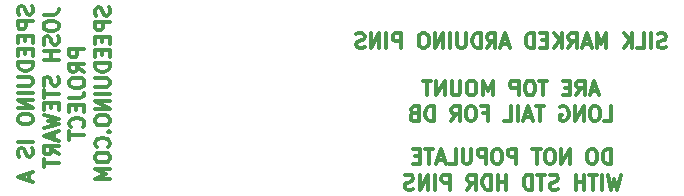
<source format=gbo>
G04 #@! TF.FileFunction,Legend,Bot*
%FSLAX46Y46*%
G04 Gerber Fmt 4.6, Leading zero omitted, Abs format (unit mm)*
G04 Created by KiCad (PCBNEW 4.0.6) date 09/24/17 01:01:51*
%MOMM*%
%LPD*%
G01*
G04 APERTURE LIST*
%ADD10C,0.100000*%
%ADD11C,0.300000*%
G04 APERTURE END LIST*
D10*
D11*
X142463096Y-85177976D02*
X142463096Y-83927976D01*
X142165477Y-83927976D01*
X141986905Y-83987500D01*
X141867858Y-84106548D01*
X141808334Y-84225595D01*
X141748810Y-84463690D01*
X141748810Y-84642262D01*
X141808334Y-84880357D01*
X141867858Y-84999405D01*
X141986905Y-85118452D01*
X142165477Y-85177976D01*
X142463096Y-85177976D01*
X140975001Y-83927976D02*
X140736905Y-83927976D01*
X140617858Y-83987500D01*
X140498810Y-84106548D01*
X140439286Y-84344643D01*
X140439286Y-84761310D01*
X140498810Y-84999405D01*
X140617858Y-85118452D01*
X140736905Y-85177976D01*
X140975001Y-85177976D01*
X141094048Y-85118452D01*
X141213096Y-84999405D01*
X141272620Y-84761310D01*
X141272620Y-84344643D01*
X141213096Y-84106548D01*
X141094048Y-83987500D01*
X140975001Y-83927976D01*
X138951191Y-85177976D02*
X138951191Y-83927976D01*
X138236905Y-85177976D01*
X138236905Y-83927976D01*
X137403572Y-83927976D02*
X137165476Y-83927976D01*
X137046429Y-83987500D01*
X136927381Y-84106548D01*
X136867857Y-84344643D01*
X136867857Y-84761310D01*
X136927381Y-84999405D01*
X137046429Y-85118452D01*
X137165476Y-85177976D01*
X137403572Y-85177976D01*
X137522619Y-85118452D01*
X137641667Y-84999405D01*
X137701191Y-84761310D01*
X137701191Y-84344643D01*
X137641667Y-84106548D01*
X137522619Y-83987500D01*
X137403572Y-83927976D01*
X136510714Y-83927976D02*
X135796429Y-83927976D01*
X136153572Y-85177976D02*
X136153572Y-83927976D01*
X134427381Y-85177976D02*
X134427381Y-83927976D01*
X133951190Y-83927976D01*
X133832143Y-83987500D01*
X133772619Y-84047024D01*
X133713095Y-84166071D01*
X133713095Y-84344643D01*
X133772619Y-84463690D01*
X133832143Y-84523214D01*
X133951190Y-84582738D01*
X134427381Y-84582738D01*
X132939286Y-83927976D02*
X132701190Y-83927976D01*
X132582143Y-83987500D01*
X132463095Y-84106548D01*
X132403571Y-84344643D01*
X132403571Y-84761310D01*
X132463095Y-84999405D01*
X132582143Y-85118452D01*
X132701190Y-85177976D01*
X132939286Y-85177976D01*
X133058333Y-85118452D01*
X133177381Y-84999405D01*
X133236905Y-84761310D01*
X133236905Y-84344643D01*
X133177381Y-84106548D01*
X133058333Y-83987500D01*
X132939286Y-83927976D01*
X131867857Y-85177976D02*
X131867857Y-83927976D01*
X131391666Y-83927976D01*
X131272619Y-83987500D01*
X131213095Y-84047024D01*
X131153571Y-84166071D01*
X131153571Y-84344643D01*
X131213095Y-84463690D01*
X131272619Y-84523214D01*
X131391666Y-84582738D01*
X131867857Y-84582738D01*
X130617857Y-83927976D02*
X130617857Y-84939881D01*
X130558333Y-85058929D01*
X130498809Y-85118452D01*
X130379762Y-85177976D01*
X130141666Y-85177976D01*
X130022619Y-85118452D01*
X129963095Y-85058929D01*
X129903571Y-84939881D01*
X129903571Y-83927976D01*
X128713095Y-85177976D02*
X129308333Y-85177976D01*
X129308333Y-83927976D01*
X128355952Y-84820833D02*
X127760714Y-84820833D01*
X128474999Y-85177976D02*
X128058333Y-83927976D01*
X127641666Y-85177976D01*
X127403570Y-83927976D02*
X126689285Y-83927976D01*
X127046428Y-85177976D02*
X127046428Y-83927976D01*
X126272618Y-84523214D02*
X125855951Y-84523214D01*
X125677380Y-85177976D02*
X126272618Y-85177976D01*
X126272618Y-83927976D01*
X125677380Y-83927976D01*
X143266667Y-86102976D02*
X142969048Y-87352976D01*
X142730952Y-86460119D01*
X142492857Y-87352976D01*
X142195238Y-86102976D01*
X141719048Y-87352976D02*
X141719048Y-86102976D01*
X141302381Y-86102976D02*
X140588096Y-86102976D01*
X140945239Y-87352976D02*
X140945239Y-86102976D01*
X140171429Y-87352976D02*
X140171429Y-86102976D01*
X140171429Y-86698214D02*
X139457143Y-86698214D01*
X139457143Y-87352976D02*
X139457143Y-86102976D01*
X137969048Y-87293452D02*
X137790476Y-87352976D01*
X137492857Y-87352976D01*
X137373810Y-87293452D01*
X137314286Y-87233929D01*
X137254762Y-87114881D01*
X137254762Y-86995833D01*
X137314286Y-86876786D01*
X137373810Y-86817262D01*
X137492857Y-86757738D01*
X137730953Y-86698214D01*
X137850000Y-86638690D01*
X137909524Y-86579167D01*
X137969048Y-86460119D01*
X137969048Y-86341071D01*
X137909524Y-86222024D01*
X137850000Y-86162500D01*
X137730953Y-86102976D01*
X137433333Y-86102976D01*
X137254762Y-86162500D01*
X136897619Y-86102976D02*
X136183334Y-86102976D01*
X136540477Y-87352976D02*
X136540477Y-86102976D01*
X135766667Y-87352976D02*
X135766667Y-86102976D01*
X135469048Y-86102976D01*
X135290476Y-86162500D01*
X135171429Y-86281548D01*
X135111905Y-86400595D01*
X135052381Y-86638690D01*
X135052381Y-86817262D01*
X135111905Y-87055357D01*
X135171429Y-87174405D01*
X135290476Y-87293452D01*
X135469048Y-87352976D01*
X135766667Y-87352976D01*
X133564286Y-87352976D02*
X133564286Y-86102976D01*
X133564286Y-86698214D02*
X132850000Y-86698214D01*
X132850000Y-87352976D02*
X132850000Y-86102976D01*
X132254762Y-87352976D02*
X132254762Y-86102976D01*
X131957143Y-86102976D01*
X131778571Y-86162500D01*
X131659524Y-86281548D01*
X131600000Y-86400595D01*
X131540476Y-86638690D01*
X131540476Y-86817262D01*
X131600000Y-87055357D01*
X131659524Y-87174405D01*
X131778571Y-87293452D01*
X131957143Y-87352976D01*
X132254762Y-87352976D01*
X130290476Y-87352976D02*
X130707143Y-86757738D01*
X131004762Y-87352976D02*
X131004762Y-86102976D01*
X130528571Y-86102976D01*
X130409524Y-86162500D01*
X130350000Y-86222024D01*
X130290476Y-86341071D01*
X130290476Y-86519643D01*
X130350000Y-86638690D01*
X130409524Y-86698214D01*
X130528571Y-86757738D01*
X131004762Y-86757738D01*
X128802381Y-87352976D02*
X128802381Y-86102976D01*
X128326190Y-86102976D01*
X128207143Y-86162500D01*
X128147619Y-86222024D01*
X128088095Y-86341071D01*
X128088095Y-86519643D01*
X128147619Y-86638690D01*
X128207143Y-86698214D01*
X128326190Y-86757738D01*
X128802381Y-86757738D01*
X127552381Y-87352976D02*
X127552381Y-86102976D01*
X126957143Y-87352976D02*
X126957143Y-86102976D01*
X126242857Y-87352976D01*
X126242857Y-86102976D01*
X125707143Y-87293452D02*
X125528571Y-87352976D01*
X125230952Y-87352976D01*
X125111905Y-87293452D01*
X125052381Y-87233929D01*
X124992857Y-87114881D01*
X124992857Y-86995833D01*
X125052381Y-86876786D01*
X125111905Y-86817262D01*
X125230952Y-86757738D01*
X125469048Y-86698214D01*
X125588095Y-86638690D01*
X125647619Y-86579167D01*
X125707143Y-86460119D01*
X125707143Y-86341071D01*
X125647619Y-86222024D01*
X125588095Y-86162500D01*
X125469048Y-86102976D01*
X125171428Y-86102976D01*
X124992857Y-86162500D01*
X141351191Y-79020833D02*
X140755953Y-79020833D01*
X141470238Y-79377976D02*
X141053572Y-78127976D01*
X140636905Y-79377976D01*
X139505952Y-79377976D02*
X139922619Y-78782738D01*
X140220238Y-79377976D02*
X140220238Y-78127976D01*
X139744047Y-78127976D01*
X139625000Y-78187500D01*
X139565476Y-78247024D01*
X139505952Y-78366071D01*
X139505952Y-78544643D01*
X139565476Y-78663690D01*
X139625000Y-78723214D01*
X139744047Y-78782738D01*
X140220238Y-78782738D01*
X138970238Y-78723214D02*
X138553571Y-78723214D01*
X138375000Y-79377976D02*
X138970238Y-79377976D01*
X138970238Y-78127976D01*
X138375000Y-78127976D01*
X137065476Y-78127976D02*
X136351191Y-78127976D01*
X136708334Y-79377976D02*
X136708334Y-78127976D01*
X135696429Y-78127976D02*
X135458333Y-78127976D01*
X135339286Y-78187500D01*
X135220238Y-78306548D01*
X135160714Y-78544643D01*
X135160714Y-78961310D01*
X135220238Y-79199405D01*
X135339286Y-79318452D01*
X135458333Y-79377976D01*
X135696429Y-79377976D01*
X135815476Y-79318452D01*
X135934524Y-79199405D01*
X135994048Y-78961310D01*
X135994048Y-78544643D01*
X135934524Y-78306548D01*
X135815476Y-78187500D01*
X135696429Y-78127976D01*
X134625000Y-79377976D02*
X134625000Y-78127976D01*
X134148809Y-78127976D01*
X134029762Y-78187500D01*
X133970238Y-78247024D01*
X133910714Y-78366071D01*
X133910714Y-78544643D01*
X133970238Y-78663690D01*
X134029762Y-78723214D01*
X134148809Y-78782738D01*
X134625000Y-78782738D01*
X132422619Y-79377976D02*
X132422619Y-78127976D01*
X132005952Y-79020833D01*
X131589286Y-78127976D01*
X131589286Y-79377976D01*
X130755953Y-78127976D02*
X130517857Y-78127976D01*
X130398810Y-78187500D01*
X130279762Y-78306548D01*
X130220238Y-78544643D01*
X130220238Y-78961310D01*
X130279762Y-79199405D01*
X130398810Y-79318452D01*
X130517857Y-79377976D01*
X130755953Y-79377976D01*
X130875000Y-79318452D01*
X130994048Y-79199405D01*
X131053572Y-78961310D01*
X131053572Y-78544643D01*
X130994048Y-78306548D01*
X130875000Y-78187500D01*
X130755953Y-78127976D01*
X129684524Y-78127976D02*
X129684524Y-79139881D01*
X129625000Y-79258929D01*
X129565476Y-79318452D01*
X129446429Y-79377976D01*
X129208333Y-79377976D01*
X129089286Y-79318452D01*
X129029762Y-79258929D01*
X128970238Y-79139881D01*
X128970238Y-78127976D01*
X128375000Y-79377976D02*
X128375000Y-78127976D01*
X127660714Y-79377976D01*
X127660714Y-78127976D01*
X127244047Y-78127976D02*
X126529762Y-78127976D01*
X126886905Y-79377976D02*
X126886905Y-78127976D01*
X141857144Y-81552976D02*
X142452382Y-81552976D01*
X142452382Y-80302976D01*
X141202382Y-80302976D02*
X140964286Y-80302976D01*
X140845239Y-80362500D01*
X140726191Y-80481548D01*
X140666667Y-80719643D01*
X140666667Y-81136310D01*
X140726191Y-81374405D01*
X140845239Y-81493452D01*
X140964286Y-81552976D01*
X141202382Y-81552976D01*
X141321429Y-81493452D01*
X141440477Y-81374405D01*
X141500001Y-81136310D01*
X141500001Y-80719643D01*
X141440477Y-80481548D01*
X141321429Y-80362500D01*
X141202382Y-80302976D01*
X140130953Y-81552976D02*
X140130953Y-80302976D01*
X139416667Y-81552976D01*
X139416667Y-80302976D01*
X138166667Y-80362500D02*
X138285715Y-80302976D01*
X138464286Y-80302976D01*
X138642858Y-80362500D01*
X138761905Y-80481548D01*
X138821429Y-80600595D01*
X138880953Y-80838690D01*
X138880953Y-81017262D01*
X138821429Y-81255357D01*
X138761905Y-81374405D01*
X138642858Y-81493452D01*
X138464286Y-81552976D01*
X138345238Y-81552976D01*
X138166667Y-81493452D01*
X138107143Y-81433929D01*
X138107143Y-81017262D01*
X138345238Y-81017262D01*
X136797619Y-80302976D02*
X136083334Y-80302976D01*
X136440477Y-81552976D02*
X136440477Y-80302976D01*
X135726191Y-81195833D02*
X135130953Y-81195833D01*
X135845238Y-81552976D02*
X135428572Y-80302976D01*
X135011905Y-81552976D01*
X134595238Y-81552976D02*
X134595238Y-80302976D01*
X133404762Y-81552976D02*
X134000000Y-81552976D01*
X134000000Y-80302976D01*
X131619047Y-80898214D02*
X132035714Y-80898214D01*
X132035714Y-81552976D02*
X132035714Y-80302976D01*
X131440476Y-80302976D01*
X130726190Y-80302976D02*
X130488094Y-80302976D01*
X130369047Y-80362500D01*
X130249999Y-80481548D01*
X130190475Y-80719643D01*
X130190475Y-81136310D01*
X130249999Y-81374405D01*
X130369047Y-81493452D01*
X130488094Y-81552976D01*
X130726190Y-81552976D01*
X130845237Y-81493452D01*
X130964285Y-81374405D01*
X131023809Y-81136310D01*
X131023809Y-80719643D01*
X130964285Y-80481548D01*
X130845237Y-80362500D01*
X130726190Y-80302976D01*
X128940475Y-81552976D02*
X129357142Y-80957738D01*
X129654761Y-81552976D02*
X129654761Y-80302976D01*
X129178570Y-80302976D01*
X129059523Y-80362500D01*
X128999999Y-80422024D01*
X128940475Y-80541071D01*
X128940475Y-80719643D01*
X128999999Y-80838690D01*
X129059523Y-80898214D01*
X129178570Y-80957738D01*
X129654761Y-80957738D01*
X127452380Y-81552976D02*
X127452380Y-80302976D01*
X127154761Y-80302976D01*
X126976189Y-80362500D01*
X126857142Y-80481548D01*
X126797618Y-80600595D01*
X126738094Y-80838690D01*
X126738094Y-81017262D01*
X126797618Y-81255357D01*
X126857142Y-81374405D01*
X126976189Y-81493452D01*
X127154761Y-81552976D01*
X127452380Y-81552976D01*
X125785713Y-80898214D02*
X125607142Y-80957738D01*
X125547618Y-81017262D01*
X125488094Y-81136310D01*
X125488094Y-81314881D01*
X125547618Y-81433929D01*
X125607142Y-81493452D01*
X125726189Y-81552976D01*
X126202380Y-81552976D01*
X126202380Y-80302976D01*
X125785713Y-80302976D01*
X125666666Y-80362500D01*
X125607142Y-80422024D01*
X125547618Y-80541071D01*
X125547618Y-80660119D01*
X125607142Y-80779167D01*
X125666666Y-80838690D01*
X125785713Y-80898214D01*
X126202380Y-80898214D01*
X147125000Y-75305952D02*
X146946428Y-75365476D01*
X146648809Y-75365476D01*
X146529762Y-75305952D01*
X146470238Y-75246429D01*
X146410714Y-75127381D01*
X146410714Y-75008333D01*
X146470238Y-74889286D01*
X146529762Y-74829762D01*
X146648809Y-74770238D01*
X146886905Y-74710714D01*
X147005952Y-74651190D01*
X147065476Y-74591667D01*
X147125000Y-74472619D01*
X147125000Y-74353571D01*
X147065476Y-74234524D01*
X147005952Y-74175000D01*
X146886905Y-74115476D01*
X146589285Y-74115476D01*
X146410714Y-74175000D01*
X145875000Y-75365476D02*
X145875000Y-74115476D01*
X144684524Y-75365476D02*
X145279762Y-75365476D01*
X145279762Y-74115476D01*
X144267857Y-75365476D02*
X144267857Y-74115476D01*
X143553571Y-75365476D02*
X144089286Y-74651190D01*
X143553571Y-74115476D02*
X144267857Y-74829762D01*
X142065476Y-75365476D02*
X142065476Y-74115476D01*
X141648809Y-75008333D01*
X141232143Y-74115476D01*
X141232143Y-75365476D01*
X140696429Y-75008333D02*
X140101191Y-75008333D01*
X140815476Y-75365476D02*
X140398810Y-74115476D01*
X139982143Y-75365476D01*
X138851190Y-75365476D02*
X139267857Y-74770238D01*
X139565476Y-75365476D02*
X139565476Y-74115476D01*
X139089285Y-74115476D01*
X138970238Y-74175000D01*
X138910714Y-74234524D01*
X138851190Y-74353571D01*
X138851190Y-74532143D01*
X138910714Y-74651190D01*
X138970238Y-74710714D01*
X139089285Y-74770238D01*
X139565476Y-74770238D01*
X138315476Y-75365476D02*
X138315476Y-74115476D01*
X137601190Y-75365476D02*
X138136905Y-74651190D01*
X137601190Y-74115476D02*
X138315476Y-74829762D01*
X137065476Y-74710714D02*
X136648809Y-74710714D01*
X136470238Y-75365476D02*
X137065476Y-75365476D01*
X137065476Y-74115476D01*
X136470238Y-74115476D01*
X135934524Y-75365476D02*
X135934524Y-74115476D01*
X135636905Y-74115476D01*
X135458333Y-74175000D01*
X135339286Y-74294048D01*
X135279762Y-74413095D01*
X135220238Y-74651190D01*
X135220238Y-74829762D01*
X135279762Y-75067857D01*
X135339286Y-75186905D01*
X135458333Y-75305952D01*
X135636905Y-75365476D01*
X135934524Y-75365476D01*
X133791667Y-75008333D02*
X133196429Y-75008333D01*
X133910714Y-75365476D02*
X133494048Y-74115476D01*
X133077381Y-75365476D01*
X131946428Y-75365476D02*
X132363095Y-74770238D01*
X132660714Y-75365476D02*
X132660714Y-74115476D01*
X132184523Y-74115476D01*
X132065476Y-74175000D01*
X132005952Y-74234524D01*
X131946428Y-74353571D01*
X131946428Y-74532143D01*
X132005952Y-74651190D01*
X132065476Y-74710714D01*
X132184523Y-74770238D01*
X132660714Y-74770238D01*
X131410714Y-75365476D02*
X131410714Y-74115476D01*
X131113095Y-74115476D01*
X130934523Y-74175000D01*
X130815476Y-74294048D01*
X130755952Y-74413095D01*
X130696428Y-74651190D01*
X130696428Y-74829762D01*
X130755952Y-75067857D01*
X130815476Y-75186905D01*
X130934523Y-75305952D01*
X131113095Y-75365476D01*
X131410714Y-75365476D01*
X130160714Y-74115476D02*
X130160714Y-75127381D01*
X130101190Y-75246429D01*
X130041666Y-75305952D01*
X129922619Y-75365476D01*
X129684523Y-75365476D01*
X129565476Y-75305952D01*
X129505952Y-75246429D01*
X129446428Y-75127381D01*
X129446428Y-74115476D01*
X128851190Y-75365476D02*
X128851190Y-74115476D01*
X128255952Y-75365476D02*
X128255952Y-74115476D01*
X127541666Y-75365476D01*
X127541666Y-74115476D01*
X126708333Y-74115476D02*
X126470237Y-74115476D01*
X126351190Y-74175000D01*
X126232142Y-74294048D01*
X126172618Y-74532143D01*
X126172618Y-74948810D01*
X126232142Y-75186905D01*
X126351190Y-75305952D01*
X126470237Y-75365476D01*
X126708333Y-75365476D01*
X126827380Y-75305952D01*
X126946428Y-75186905D01*
X127005952Y-74948810D01*
X127005952Y-74532143D01*
X126946428Y-74294048D01*
X126827380Y-74175000D01*
X126708333Y-74115476D01*
X124684523Y-75365476D02*
X124684523Y-74115476D01*
X124208332Y-74115476D01*
X124089285Y-74175000D01*
X124029761Y-74234524D01*
X123970237Y-74353571D01*
X123970237Y-74532143D01*
X124029761Y-74651190D01*
X124089285Y-74710714D01*
X124208332Y-74770238D01*
X124684523Y-74770238D01*
X123434523Y-75365476D02*
X123434523Y-74115476D01*
X122839285Y-75365476D02*
X122839285Y-74115476D01*
X122124999Y-75365476D01*
X122124999Y-74115476D01*
X121589285Y-75305952D02*
X121410713Y-75365476D01*
X121113094Y-75365476D01*
X120994047Y-75305952D01*
X120934523Y-75246429D01*
X120874999Y-75127381D01*
X120874999Y-75008333D01*
X120934523Y-74889286D01*
X120994047Y-74829762D01*
X121113094Y-74770238D01*
X121351190Y-74710714D01*
X121470237Y-74651190D01*
X121529761Y-74591667D01*
X121589285Y-74472619D01*
X121589285Y-74353571D01*
X121529761Y-74234524D01*
X121470237Y-74175000D01*
X121351190Y-74115476D01*
X121053570Y-74115476D01*
X120874999Y-74175000D01*
X93443452Y-71819048D02*
X93502976Y-71997620D01*
X93502976Y-72295239D01*
X93443452Y-72414286D01*
X93383929Y-72473810D01*
X93264881Y-72533334D01*
X93145833Y-72533334D01*
X93026786Y-72473810D01*
X92967262Y-72414286D01*
X92907738Y-72295239D01*
X92848214Y-72057143D01*
X92788690Y-71938096D01*
X92729167Y-71878572D01*
X92610119Y-71819048D01*
X92491071Y-71819048D01*
X92372024Y-71878572D01*
X92312500Y-71938096D01*
X92252976Y-72057143D01*
X92252976Y-72354763D01*
X92312500Y-72533334D01*
X93502976Y-73069048D02*
X92252976Y-73069048D01*
X92252976Y-73545239D01*
X92312500Y-73664286D01*
X92372024Y-73723810D01*
X92491071Y-73783334D01*
X92669643Y-73783334D01*
X92788690Y-73723810D01*
X92848214Y-73664286D01*
X92907738Y-73545239D01*
X92907738Y-73069048D01*
X92848214Y-74319048D02*
X92848214Y-74735715D01*
X93502976Y-74914286D02*
X93502976Y-74319048D01*
X92252976Y-74319048D01*
X92252976Y-74914286D01*
X92848214Y-75450000D02*
X92848214Y-75866667D01*
X93502976Y-76045238D02*
X93502976Y-75450000D01*
X92252976Y-75450000D01*
X92252976Y-76045238D01*
X93502976Y-76580952D02*
X92252976Y-76580952D01*
X92252976Y-76878571D01*
X92312500Y-77057143D01*
X92431548Y-77176190D01*
X92550595Y-77235714D01*
X92788690Y-77295238D01*
X92967262Y-77295238D01*
X93205357Y-77235714D01*
X93324405Y-77176190D01*
X93443452Y-77057143D01*
X93502976Y-76878571D01*
X93502976Y-76580952D01*
X92252976Y-77830952D02*
X93264881Y-77830952D01*
X93383929Y-77890476D01*
X93443452Y-77950000D01*
X93502976Y-78069047D01*
X93502976Y-78307143D01*
X93443452Y-78426190D01*
X93383929Y-78485714D01*
X93264881Y-78545238D01*
X92252976Y-78545238D01*
X93502976Y-79140476D02*
X92252976Y-79140476D01*
X93502976Y-79735714D02*
X92252976Y-79735714D01*
X93502976Y-80450000D01*
X92252976Y-80450000D01*
X92252976Y-81283333D02*
X92252976Y-81521429D01*
X92312500Y-81640476D01*
X92431548Y-81759524D01*
X92669643Y-81819048D01*
X93086310Y-81819048D01*
X93324405Y-81759524D01*
X93443452Y-81640476D01*
X93502976Y-81521429D01*
X93502976Y-81283333D01*
X93443452Y-81164286D01*
X93324405Y-81045238D01*
X93086310Y-80985714D01*
X92669643Y-80985714D01*
X92431548Y-81045238D01*
X92312500Y-81164286D01*
X92252976Y-81283333D01*
X93502976Y-83307143D02*
X92252976Y-83307143D01*
X93443452Y-83842857D02*
X93502976Y-84021429D01*
X93502976Y-84319048D01*
X93443452Y-84438095D01*
X93383929Y-84497619D01*
X93264881Y-84557143D01*
X93145833Y-84557143D01*
X93026786Y-84497619D01*
X92967262Y-84438095D01*
X92907738Y-84319048D01*
X92848214Y-84080952D01*
X92788690Y-83961905D01*
X92729167Y-83902381D01*
X92610119Y-83842857D01*
X92491071Y-83842857D01*
X92372024Y-83902381D01*
X92312500Y-83961905D01*
X92252976Y-84080952D01*
X92252976Y-84378572D01*
X92312500Y-84557143D01*
X93145833Y-85985714D02*
X93145833Y-86580952D01*
X93502976Y-85866667D02*
X92252976Y-86283333D01*
X93502976Y-86700000D01*
X94427976Y-72533334D02*
X95320833Y-72533334D01*
X95499405Y-72473810D01*
X95618452Y-72354762D01*
X95677976Y-72176191D01*
X95677976Y-72057143D01*
X94427976Y-73366667D02*
X94427976Y-73604763D01*
X94487500Y-73723810D01*
X94606548Y-73842858D01*
X94844643Y-73902382D01*
X95261310Y-73902382D01*
X95499405Y-73842858D01*
X95618452Y-73723810D01*
X95677976Y-73604763D01*
X95677976Y-73366667D01*
X95618452Y-73247620D01*
X95499405Y-73128572D01*
X95261310Y-73069048D01*
X94844643Y-73069048D01*
X94606548Y-73128572D01*
X94487500Y-73247620D01*
X94427976Y-73366667D01*
X95618452Y-74378572D02*
X95677976Y-74557144D01*
X95677976Y-74854763D01*
X95618452Y-74973810D01*
X95558929Y-75033334D01*
X95439881Y-75092858D01*
X95320833Y-75092858D01*
X95201786Y-75033334D01*
X95142262Y-74973810D01*
X95082738Y-74854763D01*
X95023214Y-74616667D01*
X94963690Y-74497620D01*
X94904167Y-74438096D01*
X94785119Y-74378572D01*
X94666071Y-74378572D01*
X94547024Y-74438096D01*
X94487500Y-74497620D01*
X94427976Y-74616667D01*
X94427976Y-74914287D01*
X94487500Y-75092858D01*
X95677976Y-75628572D02*
X94427976Y-75628572D01*
X95023214Y-75628572D02*
X95023214Y-76342858D01*
X95677976Y-76342858D02*
X94427976Y-76342858D01*
X95618452Y-77830953D02*
X95677976Y-78009525D01*
X95677976Y-78307144D01*
X95618452Y-78426191D01*
X95558929Y-78485715D01*
X95439881Y-78545239D01*
X95320833Y-78545239D01*
X95201786Y-78485715D01*
X95142262Y-78426191D01*
X95082738Y-78307144D01*
X95023214Y-78069048D01*
X94963690Y-77950001D01*
X94904167Y-77890477D01*
X94785119Y-77830953D01*
X94666071Y-77830953D01*
X94547024Y-77890477D01*
X94487500Y-77950001D01*
X94427976Y-78069048D01*
X94427976Y-78366668D01*
X94487500Y-78545239D01*
X94427976Y-78902382D02*
X94427976Y-79616667D01*
X95677976Y-79259524D02*
X94427976Y-79259524D01*
X95023214Y-80033334D02*
X95023214Y-80450001D01*
X95677976Y-80628572D02*
X95677976Y-80033334D01*
X94427976Y-80033334D01*
X94427976Y-80628572D01*
X94427976Y-81045238D02*
X95677976Y-81342857D01*
X94785119Y-81580953D01*
X95677976Y-81819048D01*
X94427976Y-82116667D01*
X95320833Y-82533333D02*
X95320833Y-83128571D01*
X95677976Y-82414286D02*
X94427976Y-82830952D01*
X95677976Y-83247619D01*
X95677976Y-84378572D02*
X95082738Y-83961905D01*
X95677976Y-83664286D02*
X94427976Y-83664286D01*
X94427976Y-84140477D01*
X94487500Y-84259524D01*
X94547024Y-84319048D01*
X94666071Y-84378572D01*
X94844643Y-84378572D01*
X94963690Y-84319048D01*
X95023214Y-84259524D01*
X95082738Y-84140477D01*
X95082738Y-83664286D01*
X94427976Y-84735715D02*
X94427976Y-85450000D01*
X95677976Y-85092857D02*
X94427976Y-85092857D01*
X97852976Y-75450000D02*
X96602976Y-75450000D01*
X96602976Y-75926191D01*
X96662500Y-76045238D01*
X96722024Y-76104762D01*
X96841071Y-76164286D01*
X97019643Y-76164286D01*
X97138690Y-76104762D01*
X97198214Y-76045238D01*
X97257738Y-75926191D01*
X97257738Y-75450000D01*
X97852976Y-77414286D02*
X97257738Y-76997619D01*
X97852976Y-76700000D02*
X96602976Y-76700000D01*
X96602976Y-77176191D01*
X96662500Y-77295238D01*
X96722024Y-77354762D01*
X96841071Y-77414286D01*
X97019643Y-77414286D01*
X97138690Y-77354762D01*
X97198214Y-77295238D01*
X97257738Y-77176191D01*
X97257738Y-76700000D01*
X96602976Y-78188095D02*
X96602976Y-78426191D01*
X96662500Y-78545238D01*
X96781548Y-78664286D01*
X97019643Y-78723810D01*
X97436310Y-78723810D01*
X97674405Y-78664286D01*
X97793452Y-78545238D01*
X97852976Y-78426191D01*
X97852976Y-78188095D01*
X97793452Y-78069048D01*
X97674405Y-77950000D01*
X97436310Y-77890476D01*
X97019643Y-77890476D01*
X96781548Y-77950000D01*
X96662500Y-78069048D01*
X96602976Y-78188095D01*
X96602976Y-79616667D02*
X97495833Y-79616667D01*
X97674405Y-79557143D01*
X97793452Y-79438095D01*
X97852976Y-79259524D01*
X97852976Y-79140476D01*
X97198214Y-80211905D02*
X97198214Y-80628572D01*
X97852976Y-80807143D02*
X97852976Y-80211905D01*
X96602976Y-80211905D01*
X96602976Y-80807143D01*
X97733929Y-82057143D02*
X97793452Y-81997619D01*
X97852976Y-81819048D01*
X97852976Y-81700000D01*
X97793452Y-81521428D01*
X97674405Y-81402381D01*
X97555357Y-81342857D01*
X97317262Y-81283333D01*
X97138690Y-81283333D01*
X96900595Y-81342857D01*
X96781548Y-81402381D01*
X96662500Y-81521428D01*
X96602976Y-81700000D01*
X96602976Y-81819048D01*
X96662500Y-81997619D01*
X96722024Y-82057143D01*
X96602976Y-82414286D02*
X96602976Y-83128571D01*
X97852976Y-82771428D02*
X96602976Y-82771428D01*
X99968452Y-71908334D02*
X100027976Y-72086906D01*
X100027976Y-72384525D01*
X99968452Y-72503572D01*
X99908929Y-72563096D01*
X99789881Y-72622620D01*
X99670833Y-72622620D01*
X99551786Y-72563096D01*
X99492262Y-72503572D01*
X99432738Y-72384525D01*
X99373214Y-72146429D01*
X99313690Y-72027382D01*
X99254167Y-71967858D01*
X99135119Y-71908334D01*
X99016071Y-71908334D01*
X98897024Y-71967858D01*
X98837500Y-72027382D01*
X98777976Y-72146429D01*
X98777976Y-72444049D01*
X98837500Y-72622620D01*
X100027976Y-73158334D02*
X98777976Y-73158334D01*
X98777976Y-73634525D01*
X98837500Y-73753572D01*
X98897024Y-73813096D01*
X99016071Y-73872620D01*
X99194643Y-73872620D01*
X99313690Y-73813096D01*
X99373214Y-73753572D01*
X99432738Y-73634525D01*
X99432738Y-73158334D01*
X99373214Y-74408334D02*
X99373214Y-74825001D01*
X100027976Y-75003572D02*
X100027976Y-74408334D01*
X98777976Y-74408334D01*
X98777976Y-75003572D01*
X99373214Y-75539286D02*
X99373214Y-75955953D01*
X100027976Y-76134524D02*
X100027976Y-75539286D01*
X98777976Y-75539286D01*
X98777976Y-76134524D01*
X100027976Y-76670238D02*
X98777976Y-76670238D01*
X98777976Y-76967857D01*
X98837500Y-77146429D01*
X98956548Y-77265476D01*
X99075595Y-77325000D01*
X99313690Y-77384524D01*
X99492262Y-77384524D01*
X99730357Y-77325000D01*
X99849405Y-77265476D01*
X99968452Y-77146429D01*
X100027976Y-76967857D01*
X100027976Y-76670238D01*
X98777976Y-77920238D02*
X99789881Y-77920238D01*
X99908929Y-77979762D01*
X99968452Y-78039286D01*
X100027976Y-78158333D01*
X100027976Y-78396429D01*
X99968452Y-78515476D01*
X99908929Y-78575000D01*
X99789881Y-78634524D01*
X98777976Y-78634524D01*
X100027976Y-79229762D02*
X98777976Y-79229762D01*
X100027976Y-79825000D02*
X98777976Y-79825000D01*
X100027976Y-80539286D01*
X98777976Y-80539286D01*
X98777976Y-81372619D02*
X98777976Y-81610715D01*
X98837500Y-81729762D01*
X98956548Y-81848810D01*
X99194643Y-81908334D01*
X99611310Y-81908334D01*
X99849405Y-81848810D01*
X99968452Y-81729762D01*
X100027976Y-81610715D01*
X100027976Y-81372619D01*
X99968452Y-81253572D01*
X99849405Y-81134524D01*
X99611310Y-81075000D01*
X99194643Y-81075000D01*
X98956548Y-81134524D01*
X98837500Y-81253572D01*
X98777976Y-81372619D01*
X99908929Y-82444048D02*
X99968452Y-82503572D01*
X100027976Y-82444048D01*
X99968452Y-82384524D01*
X99908929Y-82444048D01*
X100027976Y-82444048D01*
X99908929Y-83753572D02*
X99968452Y-83694048D01*
X100027976Y-83515477D01*
X100027976Y-83396429D01*
X99968452Y-83217857D01*
X99849405Y-83098810D01*
X99730357Y-83039286D01*
X99492262Y-82979762D01*
X99313690Y-82979762D01*
X99075595Y-83039286D01*
X98956548Y-83098810D01*
X98837500Y-83217857D01*
X98777976Y-83396429D01*
X98777976Y-83515477D01*
X98837500Y-83694048D01*
X98897024Y-83753572D01*
X98777976Y-84527381D02*
X98777976Y-84765477D01*
X98837500Y-84884524D01*
X98956548Y-85003572D01*
X99194643Y-85063096D01*
X99611310Y-85063096D01*
X99849405Y-85003572D01*
X99968452Y-84884524D01*
X100027976Y-84765477D01*
X100027976Y-84527381D01*
X99968452Y-84408334D01*
X99849405Y-84289286D01*
X99611310Y-84229762D01*
X99194643Y-84229762D01*
X98956548Y-84289286D01*
X98837500Y-84408334D01*
X98777976Y-84527381D01*
X100027976Y-85598810D02*
X98777976Y-85598810D01*
X99670833Y-86015477D01*
X98777976Y-86432143D01*
X100027976Y-86432143D01*
M02*

</source>
